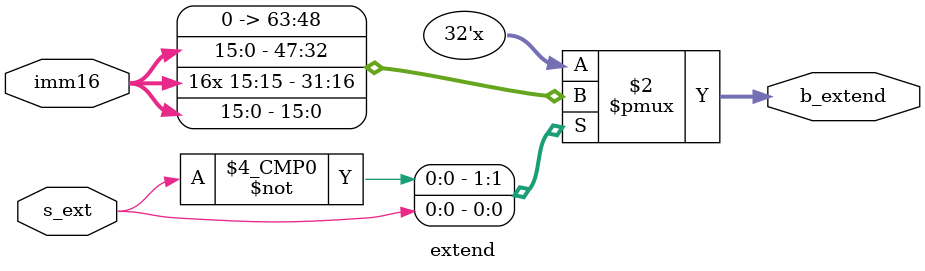
<source format=v>
module extend (b_extend, imm16, s_ext);

input [15:0] imm16;
input s_ext;
output reg [31:0] b_extend;

always @(*) 
begin
    case(s_ext)
        1'b0: b_extend = {16'b0, imm16[15:0]}; //零扩展
        1'b1: b_extend = {{16{imm16[15]}}, imm16[15:0]}; //符号扩展
    endcase
end

endmodule
</source>
